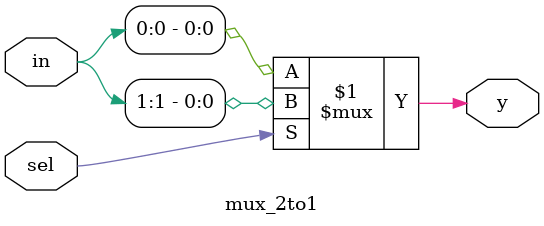
<source format=v>

module mux_2to1(input [1:0] in,
                input sel,
                output y
                );

                assign y = (sel) ? in[1] : in[0];

endmodule
</source>
